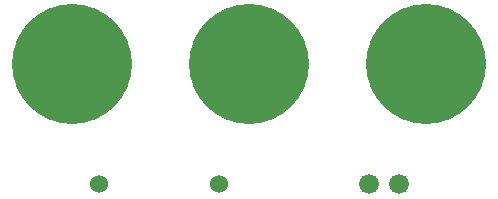
<source format=gbs>
G04 (created by PCBNEW (22-Jun-2014 BZR 4027)-stable) date Tue 01 Mar 2016 04:07:57 PM CST*
%MOIN*%
G04 Gerber Fmt 3.4, Leading zero omitted, Abs format*
%FSLAX34Y34*%
G01*
G70*
G90*
G04 APERTURE LIST*
%ADD10C,0.00590551*%
%ADD11C,0.06*%
%ADD12C,0.066*%
%ADD13C,0.4*%
G04 APERTURE END LIST*
G54D10*
G54D11*
X80000Y-48500D03*
X84000Y-48500D03*
G54D12*
X89000Y-48500D03*
X90000Y-48500D03*
G54D13*
X79100Y-44500D03*
X90900Y-44500D03*
X85000Y-44500D03*
M02*

</source>
